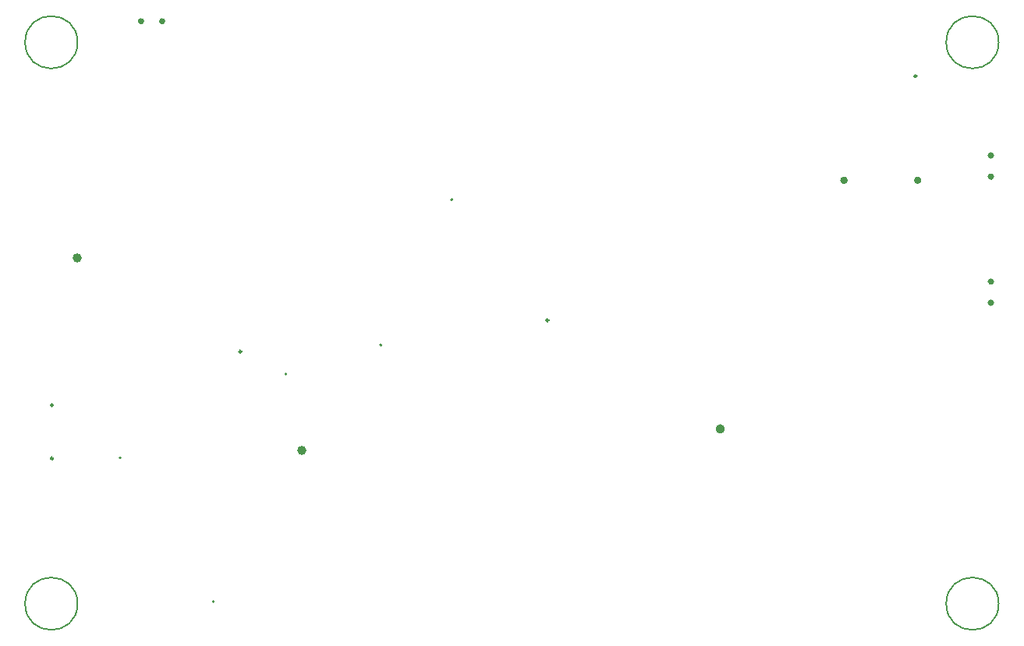
<source format=gbr>
%TF.GenerationSoftware,KiCad,Pcbnew,7.0.7*%
%TF.CreationDate,2023-12-09T23:49:39+01:00*%
%TF.ProjectId,Untitled,556e7469-746c-4656-942e-6b696361645f,rev?*%
%TF.SameCoordinates,Original*%
%TF.FileFunction,Other,Comment*%
%FSLAX46Y46*%
G04 Gerber Fmt 4.6, Leading zero omitted, Abs format (unit mm)*
G04 Created by KiCad (PCBNEW 7.0.7) date 2023-12-09 23:49:39*
%MOMM*%
%LPD*%
G01*
G04 APERTURE LIST*
%ADD10C,0.200000*%
%ADD11C,0.350000*%
%ADD12C,0.150000*%
%ADD13C,0.500000*%
%ADD14C,0.250000*%
%ADD15C,0.240000*%
%ADD16C,0.400000*%
G04 APERTURE END LIST*
D10*
%TO.C,D2*%
X105570000Y-109130000D02*
G75*
G03*
X105570000Y-109130000I-100000J0D01*
G01*
D11*
%TO.C,SW6*%
X200180000Y-78600000D02*
G75*
G03*
X200180000Y-78600000I-180000J0D01*
G01*
X200180000Y-76300000D02*
G75*
G03*
X200180000Y-76300000I-180000J0D01*
G01*
D10*
%TO.C,U2*%
X133880000Y-96890000D02*
G75*
G03*
X133880000Y-96890000I-100000J0D01*
G01*
%TO.C,Q3*%
X141560000Y-81100000D02*
G75*
G03*
X141560000Y-81100000I-100000J0D01*
G01*
D12*
%TO.C,H5*%
X200850000Y-125000000D02*
G75*
G03*
X200850000Y-125000000I-2850000J0D01*
G01*
%TO.C,H6*%
X100850000Y-125000000D02*
G75*
G03*
X100850000Y-125000000I-2850000J0D01*
G01*
D11*
%TO.C,SW7*%
X200180000Y-92300000D02*
G75*
G03*
X200180000Y-92300000I-180000J0D01*
G01*
X200180000Y-90000000D02*
G75*
G03*
X200180000Y-90000000I-180000J0D01*
G01*
D13*
%TO.C,H2*%
X125440000Y-108340000D02*
G75*
G03*
X125440000Y-108340000I-250000J0D01*
G01*
%TO.C,U1*%
X101060000Y-87430000D02*
G75*
G03*
X101060000Y-87430000I-250000J0D01*
G01*
D14*
%TO.C,U3*%
X118640000Y-97610000D02*
G75*
G03*
X118640000Y-97610000I-130000J0D01*
G01*
D12*
%TO.C,H3*%
X100850000Y-64000000D02*
G75*
G03*
X100850000Y-64000000I-2850000J0D01*
G01*
D14*
%TO.C,USB1*%
X98184549Y-109210000D02*
G75*
G03*
X98184549Y-109210000I-120000J0D01*
G01*
X98184549Y-103430000D02*
G75*
G03*
X98184549Y-103430000I-120000J0D01*
G01*
D15*
%TO.C,J8*%
X151980000Y-94200000D02*
G75*
G03*
X151980000Y-94200000I-120000J0D01*
G01*
D13*
%TO.C,H1*%
X170865390Y-106010000D02*
G75*
G03*
X170865390Y-106010000I-250000J0D01*
G01*
D12*
%TO.C,H4*%
X200850000Y-64000000D02*
G75*
G03*
X200850000Y-64000000I-2850000J0D01*
G01*
D11*
%TO.C,SW5*%
X110212277Y-61709046D02*
G75*
G03*
X110212277Y-61709046I-180000J0D01*
G01*
X107912277Y-61709046D02*
G75*
G03*
X107912277Y-61709046I-180000J0D01*
G01*
D10*
%TO.C,Q1*%
X123560000Y-100050000D02*
G75*
G03*
X123560000Y-100050000I-100000J0D01*
G01*
D16*
%TO.C,Card1*%
X192250000Y-79000000D02*
G75*
G03*
X192250000Y-79000000I-200000J0D01*
G01*
D14*
X191940000Y-67670000D02*
G75*
G03*
X191940000Y-67670000I-130000J0D01*
G01*
D16*
X184250000Y-79000000D02*
G75*
G03*
X184250000Y-79000000I-200000J0D01*
G01*
D10*
%TO.C,U6*%
X115700000Y-124760000D02*
G75*
G03*
X115700000Y-124760000I-100000J0D01*
G01*
%TD*%
M02*

</source>
